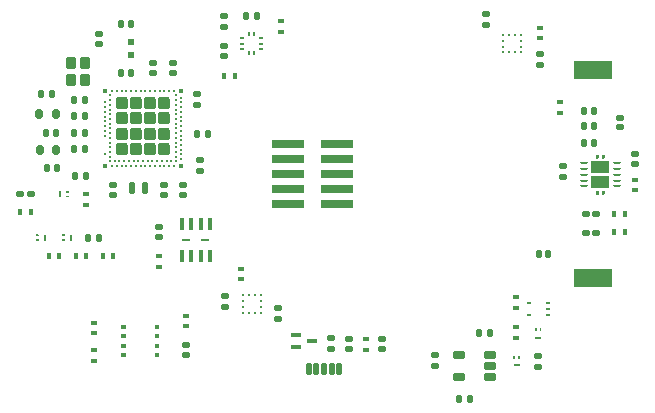
<source format=gtp>
G04*
G04 #@! TF.GenerationSoftware,Altium Limited,Altium Designer,22.5.1 (42)*
G04*
G04 Layer_Color=8421504*
%FSLAX25Y25*%
%MOIN*%
G70*
G04*
G04 #@! TF.SameCoordinates,9CEDE495-3556-4083-ABEA-689295A2F9E5*
G04*
G04*
G04 #@! TF.FilePolarity,Positive*
G04*
G01*
G75*
G04:AMPARAMS|DCode=17|XSize=43.31mil|YSize=39.37mil|CornerRadius=9.84mil|HoleSize=0mil|Usage=FLASHONLY|Rotation=270.000|XOffset=0mil|YOffset=0mil|HoleType=Round|Shape=RoundedRectangle|*
%AMROUNDEDRECTD17*
21,1,0.04331,0.01968,0,0,270.0*
21,1,0.02362,0.03937,0,0,270.0*
1,1,0.01968,-0.00984,-0.01181*
1,1,0.01968,-0.00984,0.01181*
1,1,0.01968,0.00984,0.01181*
1,1,0.01968,0.00984,-0.01181*
%
%ADD17ROUNDEDRECTD17*%
%ADD18R,0.05906X0.04173*%
G04:AMPARAMS|DCode=19|XSize=20.47mil|YSize=24.41mil|CornerRadius=4.1mil|HoleSize=0mil|Usage=FLASHONLY|Rotation=0.000|XOffset=0mil|YOffset=0mil|HoleType=Round|Shape=RoundedRectangle|*
%AMROUNDEDRECTD19*
21,1,0.02047,0.01622,0,0,0.0*
21,1,0.01228,0.02441,0,0,0.0*
1,1,0.00819,0.00614,-0.00811*
1,1,0.00819,-0.00614,-0.00811*
1,1,0.00819,-0.00614,0.00811*
1,1,0.00819,0.00614,0.00811*
%
%ADD19ROUNDEDRECTD19*%
G04:AMPARAMS|DCode=20|XSize=20.47mil|YSize=24.41mil|CornerRadius=4.1mil|HoleSize=0mil|Usage=FLASHONLY|Rotation=270.000|XOffset=0mil|YOffset=0mil|HoleType=Round|Shape=RoundedRectangle|*
%AMROUNDEDRECTD20*
21,1,0.02047,0.01622,0,0,270.0*
21,1,0.01228,0.02441,0,0,270.0*
1,1,0.00819,-0.00811,-0.00614*
1,1,0.00819,-0.00811,0.00614*
1,1,0.00819,0.00811,0.00614*
1,1,0.00819,0.00811,-0.00614*
%
%ADD20ROUNDEDRECTD20*%
%ADD21C,0.00984*%
%ADD22C,0.01673*%
G04:AMPARAMS|DCode=23|XSize=19.68mil|YSize=21.65mil|CornerRadius=3.94mil|HoleSize=0mil|Usage=FLASHONLY|Rotation=90.000|XOffset=0mil|YOffset=0mil|HoleType=Round|Shape=RoundedRectangle|*
%AMROUNDEDRECTD23*
21,1,0.01968,0.01378,0,0,90.0*
21,1,0.01181,0.02165,0,0,90.0*
1,1,0.00787,0.00689,0.00591*
1,1,0.00787,0.00689,-0.00591*
1,1,0.00787,-0.00689,-0.00591*
1,1,0.00787,-0.00689,0.00591*
%
%ADD23ROUNDEDRECTD23*%
G04:AMPARAMS|DCode=24|XSize=37.4mil|YSize=33.47mil|CornerRadius=3.35mil|HoleSize=0mil|Usage=FLASHONLY|Rotation=270.000|XOffset=0mil|YOffset=0mil|HoleType=Round|Shape=RoundedRectangle|*
%AMROUNDEDRECTD24*
21,1,0.03740,0.02677,0,0,270.0*
21,1,0.03071,0.03347,0,0,270.0*
1,1,0.00669,-0.01339,-0.01535*
1,1,0.00669,-0.01339,0.01535*
1,1,0.00669,0.01339,0.01535*
1,1,0.00669,0.01339,-0.01535*
%
%ADD24ROUNDEDRECTD24*%
G04:AMPARAMS|DCode=25|XSize=23.62mil|YSize=31.5mil|CornerRadius=4.72mil|HoleSize=0mil|Usage=FLASHONLY|Rotation=180.000|XOffset=0mil|YOffset=0mil|HoleType=Round|Shape=RoundedRectangle|*
%AMROUNDEDRECTD25*
21,1,0.02362,0.02205,0,0,180.0*
21,1,0.01417,0.03150,0,0,180.0*
1,1,0.00945,-0.00709,0.01102*
1,1,0.00945,0.00709,0.01102*
1,1,0.00945,0.00709,-0.01102*
1,1,0.00945,-0.00709,-0.01102*
%
%ADD25ROUNDEDRECTD25*%
G04:AMPARAMS|DCode=26|XSize=15.75mil|YSize=19.68mil|CornerRadius=3.15mil|HoleSize=0mil|Usage=FLASHONLY|Rotation=90.000|XOffset=0mil|YOffset=0mil|HoleType=Round|Shape=RoundedRectangle|*
%AMROUNDEDRECTD26*
21,1,0.01575,0.01339,0,0,90.0*
21,1,0.00945,0.01968,0,0,90.0*
1,1,0.00630,0.00669,0.00472*
1,1,0.00630,0.00669,-0.00472*
1,1,0.00630,-0.00669,-0.00472*
1,1,0.00630,-0.00669,0.00472*
%
%ADD26ROUNDEDRECTD26*%
G04:AMPARAMS|DCode=27|XSize=9.84mil|YSize=19.68mil|CornerRadius=1.97mil|HoleSize=0mil|Usage=FLASHONLY|Rotation=0.000|XOffset=0mil|YOffset=0mil|HoleType=Round|Shape=RoundedRectangle|*
%AMROUNDEDRECTD27*
21,1,0.00984,0.01575,0,0,0.0*
21,1,0.00591,0.01968,0,0,0.0*
1,1,0.00394,0.00295,-0.00787*
1,1,0.00394,-0.00295,-0.00787*
1,1,0.00394,-0.00295,0.00787*
1,1,0.00394,0.00295,0.00787*
%
%ADD27ROUNDEDRECTD27*%
G04:AMPARAMS|DCode=28|XSize=27.56mil|YSize=19.68mil|CornerRadius=3.94mil|HoleSize=0mil|Usage=FLASHONLY|Rotation=180.000|XOffset=0mil|YOffset=0mil|HoleType=Round|Shape=RoundedRectangle|*
%AMROUNDEDRECTD28*
21,1,0.02756,0.01181,0,0,180.0*
21,1,0.01968,0.01968,0,0,180.0*
1,1,0.00787,-0.00984,0.00591*
1,1,0.00787,0.00984,0.00591*
1,1,0.00787,0.00984,-0.00591*
1,1,0.00787,-0.00984,-0.00591*
%
%ADD28ROUNDEDRECTD28*%
G04:AMPARAMS|DCode=29|XSize=15.75mil|YSize=19.68mil|CornerRadius=3.15mil|HoleSize=0mil|Usage=FLASHONLY|Rotation=0.000|XOffset=0mil|YOffset=0mil|HoleType=Round|Shape=RoundedRectangle|*
%AMROUNDEDRECTD29*
21,1,0.01575,0.01339,0,0,0.0*
21,1,0.00945,0.01968,0,0,0.0*
1,1,0.00630,0.00472,-0.00669*
1,1,0.00630,-0.00472,-0.00669*
1,1,0.00630,-0.00472,0.00669*
1,1,0.00630,0.00472,0.00669*
%
%ADD29ROUNDEDRECTD29*%
G04:AMPARAMS|DCode=30|XSize=9.84mil|YSize=13.78mil|CornerRadius=1.48mil|HoleSize=0mil|Usage=FLASHONLY|Rotation=90.000|XOffset=0mil|YOffset=0mil|HoleType=Round|Shape=RoundedRectangle|*
%AMROUNDEDRECTD30*
21,1,0.00984,0.01083,0,0,90.0*
21,1,0.00689,0.01378,0,0,90.0*
1,1,0.00295,0.00541,0.00345*
1,1,0.00295,0.00541,-0.00345*
1,1,0.00295,-0.00541,-0.00345*
1,1,0.00295,-0.00541,0.00345*
%
%ADD30ROUNDEDRECTD30*%
G04:AMPARAMS|DCode=31|XSize=9.84mil|YSize=13.78mil|CornerRadius=1.48mil|HoleSize=0mil|Usage=FLASHONLY|Rotation=0.000|XOffset=0mil|YOffset=0mil|HoleType=Round|Shape=RoundedRectangle|*
%AMROUNDEDRECTD31*
21,1,0.00984,0.01083,0,0,0.0*
21,1,0.00689,0.01378,0,0,0.0*
1,1,0.00295,0.00345,-0.00541*
1,1,0.00295,-0.00345,-0.00541*
1,1,0.00295,-0.00345,0.00541*
1,1,0.00295,0.00345,0.00541*
%
%ADD31ROUNDEDRECTD31*%
G04:AMPARAMS|DCode=32|XSize=19.68mil|YSize=39.37mil|CornerRadius=3.94mil|HoleSize=0mil|Usage=FLASHONLY|Rotation=0.000|XOffset=0mil|YOffset=0mil|HoleType=Round|Shape=RoundedRectangle|*
%AMROUNDEDRECTD32*
21,1,0.01968,0.03150,0,0,0.0*
21,1,0.01181,0.03937,0,0,0.0*
1,1,0.00787,0.00591,-0.01575*
1,1,0.00787,-0.00591,-0.01575*
1,1,0.00787,-0.00591,0.01575*
1,1,0.00787,0.00591,0.01575*
%
%ADD32ROUNDEDRECTD32*%
G04:AMPARAMS|DCode=33|XSize=40.95mil|YSize=12.6mil|CornerRadius=2.52mil|HoleSize=0mil|Usage=FLASHONLY|Rotation=90.000|XOffset=0mil|YOffset=0mil|HoleType=Round|Shape=RoundedRectangle|*
%AMROUNDEDRECTD33*
21,1,0.04095,0.00756,0,0,90.0*
21,1,0.03591,0.01260,0,0,90.0*
1,1,0.00504,0.00378,0.01795*
1,1,0.00504,0.00378,-0.01795*
1,1,0.00504,-0.00378,-0.01795*
1,1,0.00504,-0.00378,0.01795*
%
%ADD33ROUNDEDRECTD33*%
%ADD34R,0.03150X0.00787*%
%ADD35R,0.01083X0.00984*%
%ADD36R,0.00984X0.01083*%
G04:AMPARAMS|DCode=37|XSize=17.72mil|YSize=43.31mil|CornerRadius=4.43mil|HoleSize=0mil|Usage=FLASHONLY|Rotation=0.000|XOffset=0mil|YOffset=0mil|HoleType=Round|Shape=RoundedRectangle|*
%AMROUNDEDRECTD37*
21,1,0.01772,0.03445,0,0,0.0*
21,1,0.00886,0.04331,0,0,0.0*
1,1,0.00886,0.00443,-0.01722*
1,1,0.00886,-0.00443,-0.01722*
1,1,0.00886,-0.00443,0.01722*
1,1,0.00886,0.00443,0.01722*
%
%ADD37ROUNDEDRECTD37*%
G04:AMPARAMS|DCode=38|XSize=15.75mil|YSize=31.5mil|CornerRadius=3.15mil|HoleSize=0mil|Usage=FLASHONLY|Rotation=270.000|XOffset=0mil|YOffset=0mil|HoleType=Round|Shape=RoundedRectangle|*
%AMROUNDEDRECTD38*
21,1,0.01575,0.02520,0,0,270.0*
21,1,0.00945,0.03150,0,0,270.0*
1,1,0.00630,-0.01260,-0.00472*
1,1,0.00630,-0.01260,0.00472*
1,1,0.00630,0.01260,0.00472*
1,1,0.00630,0.01260,-0.00472*
%
%ADD38ROUNDEDRECTD38*%
G04:AMPARAMS|DCode=39|XSize=21.65mil|YSize=23.62mil|CornerRadius=4.33mil|HoleSize=0mil|Usage=FLASHONLY|Rotation=270.000|XOffset=0mil|YOffset=0mil|HoleType=Round|Shape=RoundedRectangle|*
%AMROUNDEDRECTD39*
21,1,0.02165,0.01496,0,0,270.0*
21,1,0.01299,0.02362,0,0,270.0*
1,1,0.00866,-0.00748,-0.00650*
1,1,0.00866,-0.00748,0.00650*
1,1,0.00866,0.00748,0.00650*
1,1,0.00866,0.00748,-0.00650*
%
%ADD39ROUNDEDRECTD39*%
G04:AMPARAMS|DCode=40|XSize=23.62mil|YSize=43.31mil|CornerRadius=5.91mil|HoleSize=0mil|Usage=FLASHONLY|Rotation=270.000|XOffset=0mil|YOffset=0mil|HoleType=Round|Shape=RoundedRectangle|*
%AMROUNDEDRECTD40*
21,1,0.02362,0.03150,0,0,270.0*
21,1,0.01181,0.04331,0,0,270.0*
1,1,0.01181,-0.01575,-0.00591*
1,1,0.01181,-0.01575,0.00591*
1,1,0.01181,0.01575,0.00591*
1,1,0.01181,0.01575,-0.00591*
%
%ADD40ROUNDEDRECTD40*%
G04:AMPARAMS|DCode=41|XSize=9.84mil|YSize=19.68mil|CornerRadius=1.97mil|HoleSize=0mil|Usage=FLASHONLY|Rotation=90.000|XOffset=0mil|YOffset=0mil|HoleType=Round|Shape=RoundedRectangle|*
%AMROUNDEDRECTD41*
21,1,0.00984,0.01575,0,0,90.0*
21,1,0.00591,0.01968,0,0,90.0*
1,1,0.00394,0.00787,0.00295*
1,1,0.00394,0.00787,-0.00295*
1,1,0.00394,-0.00787,-0.00295*
1,1,0.00394,-0.00787,0.00295*
%
%ADD41ROUNDEDRECTD41*%
G04:AMPARAMS|DCode=42|XSize=15.87mil|YSize=9mil|CornerRadius=2.25mil|HoleSize=0mil|Usage=FLASHONLY|Rotation=0.000|XOffset=0mil|YOffset=0mil|HoleType=Round|Shape=RoundedRectangle|*
%AMROUNDEDRECTD42*
21,1,0.01587,0.00450,0,0,0.0*
21,1,0.01137,0.00900,0,0,0.0*
1,1,0.00450,0.00569,-0.00225*
1,1,0.00450,-0.00569,-0.00225*
1,1,0.00450,-0.00569,0.00225*
1,1,0.00450,0.00569,0.00225*
%
%ADD42ROUNDEDRECTD42*%
G04:AMPARAMS|DCode=43|XSize=19.68mil|YSize=27.56mil|CornerRadius=3.94mil|HoleSize=0mil|Usage=FLASHONLY|Rotation=180.000|XOffset=0mil|YOffset=0mil|HoleType=Round|Shape=RoundedRectangle|*
%AMROUNDEDRECTD43*
21,1,0.01968,0.01968,0,0,180.0*
21,1,0.01181,0.02756,0,0,180.0*
1,1,0.00787,-0.00591,0.00984*
1,1,0.00787,0.00591,0.00984*
1,1,0.00787,0.00591,-0.00984*
1,1,0.00787,-0.00591,-0.00984*
%
%ADD43ROUNDEDRECTD43*%
G04:AMPARAMS|DCode=44|XSize=23.62mil|YSize=9.45mil|CornerRadius=2.36mil|HoleSize=0mil|Usage=FLASHONLY|Rotation=180.000|XOffset=0mil|YOffset=0mil|HoleType=Round|Shape=RoundedRectangle|*
%AMROUNDEDRECTD44*
21,1,0.02362,0.00472,0,0,180.0*
21,1,0.01890,0.00945,0,0,180.0*
1,1,0.00472,-0.00945,0.00236*
1,1,0.00472,0.00945,0.00236*
1,1,0.00472,0.00945,-0.00236*
1,1,0.00472,-0.00945,-0.00236*
%
%ADD44ROUNDEDRECTD44*%
G04:AMPARAMS|DCode=45|XSize=19.68mil|YSize=27.56mil|CornerRadius=3.94mil|HoleSize=0mil|Usage=FLASHONLY|Rotation=90.000|XOffset=0mil|YOffset=0mil|HoleType=Round|Shape=RoundedRectangle|*
%AMROUNDEDRECTD45*
21,1,0.01968,0.01968,0,0,90.0*
21,1,0.01181,0.02756,0,0,90.0*
1,1,0.00787,0.00984,0.00591*
1,1,0.00787,0.00984,-0.00591*
1,1,0.00787,-0.00984,-0.00591*
1,1,0.00787,-0.00984,0.00591*
%
%ADD45ROUNDEDRECTD45*%
G04:AMPARAMS|DCode=46|XSize=21.65mil|YSize=23.62mil|CornerRadius=4.33mil|HoleSize=0mil|Usage=FLASHONLY|Rotation=0.000|XOffset=0mil|YOffset=0mil|HoleType=Round|Shape=RoundedRectangle|*
%AMROUNDEDRECTD46*
21,1,0.02165,0.01496,0,0,0.0*
21,1,0.01299,0.02362,0,0,0.0*
1,1,0.00866,0.00650,-0.00748*
1,1,0.00866,-0.00650,-0.00748*
1,1,0.00866,-0.00650,0.00748*
1,1,0.00866,0.00650,0.00748*
%
%ADD46ROUNDEDRECTD46*%
%ADD47R,0.12795X0.06496*%
G04:AMPARAMS|DCode=48|XSize=109.84mil|YSize=29.13mil|CornerRadius=5.83mil|HoleSize=0mil|Usage=FLASHONLY|Rotation=180.000|XOffset=0mil|YOffset=0mil|HoleType=Round|Shape=RoundedRectangle|*
%AMROUNDEDRECTD48*
21,1,0.10984,0.01748,0,0,180.0*
21,1,0.09819,0.02913,0,0,180.0*
1,1,0.01165,-0.04909,0.00874*
1,1,0.01165,0.04909,0.00874*
1,1,0.01165,0.04909,-0.00874*
1,1,0.01165,-0.04909,-0.00874*
%
%ADD48ROUNDEDRECTD48*%
G36*
X270889Y203284D02*
X270932Y203266D01*
X270971Y203240D01*
X270988Y203224D01*
Y203224D01*
X270988Y203224D01*
X271004Y203207D01*
X271030Y203169D01*
X271048Y203126D01*
X271057Y203080D01*
Y203057D01*
Y202191D01*
Y202167D01*
X271048Y202122D01*
X271030Y202079D01*
X271004Y202040D01*
X270988Y202024D01*
X270988Y202024D01*
X270971Y202007D01*
X270932Y201981D01*
X270889Y201963D01*
X270844Y201954D01*
X270325D01*
X270279Y201963D01*
X270236Y201981D01*
X270197Y202007D01*
X270181Y202024D01*
X270181D01*
X270181Y202024D01*
X270164Y202040D01*
X270139Y202079D01*
X270121Y202122D01*
X270112Y202167D01*
Y202191D01*
Y203057D01*
Y203080D01*
X270121Y203126D01*
X270139Y203169D01*
X270164Y203207D01*
X270181Y203224D01*
X270181Y203224D01*
X270197Y203240D01*
X270236Y203266D01*
X270279Y203284D01*
X270325Y203293D01*
X270844D01*
X270889Y203284D01*
D02*
G37*
G36*
X268921D02*
X268964Y203266D01*
X269003Y203240D01*
X269019Y203224D01*
X269019Y203224D01*
X269019D01*
X269035Y203207D01*
X269061Y203169D01*
X269079Y203126D01*
X269088Y203080D01*
Y203057D01*
Y202191D01*
Y202167D01*
X269079Y202122D01*
X269061Y202079D01*
X269035Y202040D01*
X269019Y202024D01*
X269019Y202024D01*
X269003Y202007D01*
X268964Y201981D01*
X268921Y201963D01*
X268875Y201954D01*
X268356D01*
X268311Y201963D01*
X268268Y201981D01*
X268229Y202007D01*
X268213Y202024D01*
X268213Y202024D01*
Y202024D01*
X268196Y202040D01*
X268170Y202079D01*
X268152Y202122D01*
X268143Y202167D01*
Y202191D01*
Y203057D01*
Y203080D01*
X268152Y203126D01*
X268170Y203169D01*
X268196Y203207D01*
X268213Y203224D01*
X268213Y203224D01*
X268229Y203240D01*
X268268Y203266D01*
X268311Y203284D01*
X268356Y203293D01*
X268875D01*
X268921Y203284D01*
D02*
G37*
G36*
X92467Y191177D02*
X92494Y191166D01*
X92518Y191150D01*
X92528Y191139D01*
X92539Y191129D01*
X92555Y191105D01*
X92566Y191078D01*
X92572Y191050D01*
Y191035D01*
Y190740D01*
Y190725D01*
X92566Y190697D01*
X92555Y190670D01*
X92539Y190646D01*
X92528Y190635D01*
X92518Y190625D01*
X92494Y190609D01*
X92467Y190598D01*
X92439Y190592D01*
X91720D01*
X91692Y190598D01*
X91665Y190609D01*
X91641Y190625D01*
X91631Y190635D01*
X91620Y190646D01*
X91604Y190670D01*
X91593Y190697D01*
X91587Y190725D01*
Y190740D01*
Y191035D01*
Y191050D01*
X91593Y191078D01*
X91604Y191105D01*
X91620Y191129D01*
X91631Y191139D01*
X91641Y191150D01*
X91665Y191166D01*
X91692Y191177D01*
X91720Y191183D01*
X92439D01*
X92467Y191177D01*
D02*
G37*
G36*
X270889Y191237D02*
X270932Y191219D01*
X270971Y191193D01*
X270988Y191176D01*
X270988Y191176D01*
X270988D01*
X271004Y191160D01*
X271030Y191121D01*
X271048Y191078D01*
X271057Y191033D01*
Y191009D01*
Y190143D01*
Y190120D01*
X271048Y190074D01*
X271030Y190031D01*
X271004Y189993D01*
X270988Y189976D01*
X270988Y189976D01*
X270971Y189960D01*
X270932Y189934D01*
X270889Y189916D01*
X270844Y189907D01*
X270325D01*
X270279Y189916D01*
X270236Y189934D01*
X270197Y189960D01*
X270181Y189976D01*
X270181Y189976D01*
Y189976D01*
X270164Y189993D01*
X270139Y190031D01*
X270121Y190074D01*
X270112Y190120D01*
Y190143D01*
Y191009D01*
Y191033D01*
X270121Y191078D01*
X270139Y191121D01*
X270164Y191160D01*
X270181Y191176D01*
X270181Y191176D01*
X270197Y191193D01*
X270236Y191219D01*
X270279Y191237D01*
X270325Y191246D01*
X270844D01*
X270889Y191237D01*
D02*
G37*
G36*
X268921D02*
X268964Y191219D01*
X269003Y191193D01*
X269019Y191176D01*
Y191176D01*
X269019Y191176D01*
X269035Y191160D01*
X269061Y191121D01*
X269079Y191078D01*
X269088Y191033D01*
Y191009D01*
Y190143D01*
Y190120D01*
X269079Y190074D01*
X269061Y190031D01*
X269035Y189993D01*
X269019Y189976D01*
X269019Y189976D01*
X269003Y189960D01*
X268964Y189934D01*
X268921Y189916D01*
X268875Y189907D01*
X268356D01*
X268311Y189916D01*
X268268Y189934D01*
X268229Y189960D01*
X268213Y189976D01*
X268213D01*
X268213Y189976D01*
X268196Y189993D01*
X268170Y190031D01*
X268152Y190074D01*
X268143Y190120D01*
Y190143D01*
Y191009D01*
Y191033D01*
X268152Y191078D01*
X268170Y191121D01*
X268196Y191160D01*
X268213Y191176D01*
X268213Y191176D01*
X268229Y191193D01*
X268268Y191219D01*
X268311Y191237D01*
X268356Y191246D01*
X268875D01*
X268921Y191237D01*
D02*
G37*
G36*
X92467Y189602D02*
X92494Y189591D01*
X92518Y189575D01*
X92528Y189565D01*
X92539Y189554D01*
X92555Y189530D01*
X92566Y189503D01*
X92572Y189475D01*
Y189460D01*
Y189165D01*
Y189150D01*
X92566Y189122D01*
X92555Y189095D01*
X92539Y189071D01*
X92528Y189060D01*
X92518Y189050D01*
X92494Y189034D01*
X92467Y189023D01*
X92439Y189017D01*
X91720D01*
X91692Y189023D01*
X91665Y189034D01*
X91641Y189050D01*
X91631Y189060D01*
X91620Y189071D01*
X91604Y189095D01*
X91593Y189122D01*
X91587Y189150D01*
Y189165D01*
Y189460D01*
Y189475D01*
X91593Y189503D01*
X91604Y189530D01*
X91620Y189554D01*
X91631Y189565D01*
X91641Y189575D01*
X91665Y189591D01*
X91692Y189602D01*
X91720Y189608D01*
X92439D01*
X92467Y189602D01*
D02*
G37*
G36*
X91108Y176677D02*
X91135Y176666D01*
X91159Y176650D01*
X91169Y176639D01*
X91180Y176629D01*
X91196Y176605D01*
X91207Y176578D01*
X91213Y176550D01*
Y176535D01*
Y176240D01*
Y176225D01*
X91207Y176197D01*
X91196Y176170D01*
X91180Y176146D01*
X91169Y176135D01*
X91159Y176125D01*
X91135Y176109D01*
X91108Y176098D01*
X91079Y176092D01*
X90361D01*
X90333Y176098D01*
X90306Y176109D01*
X90282Y176125D01*
X90272Y176135D01*
X90261Y176146D01*
X90245Y176170D01*
X90234Y176197D01*
X90228Y176225D01*
Y176240D01*
Y176535D01*
Y176550D01*
X90234Y176578D01*
X90245Y176605D01*
X90261Y176629D01*
X90272Y176639D01*
X90282Y176650D01*
X90306Y176666D01*
X90333Y176677D01*
X90361Y176683D01*
X91079D01*
X91108Y176677D01*
D02*
G37*
G36*
X82308D02*
X82335Y176666D01*
X82359Y176650D01*
X82369Y176639D01*
X82380Y176629D01*
X82396Y176605D01*
X82407Y176578D01*
X82413Y176550D01*
Y176535D01*
Y176240D01*
Y176225D01*
X82407Y176197D01*
X82396Y176170D01*
X82380Y176146D01*
X82369Y176135D01*
X82359Y176125D01*
X82335Y176109D01*
X82308Y176098D01*
X82279Y176092D01*
X81561D01*
X81533Y176098D01*
X81506Y176109D01*
X81482Y176125D01*
X81472Y176135D01*
X81461Y176146D01*
X81445Y176170D01*
X81434Y176197D01*
X81428Y176225D01*
Y176240D01*
Y176535D01*
Y176550D01*
X81434Y176578D01*
X81445Y176605D01*
X81461Y176629D01*
X81472Y176639D01*
X81482Y176650D01*
X81506Y176666D01*
X81533Y176677D01*
X81561Y176683D01*
X82279D01*
X82308Y176677D01*
D02*
G37*
G36*
X91108Y175102D02*
X91135Y175091D01*
X91159Y175075D01*
X91169Y175065D01*
X91180Y175054D01*
X91196Y175030D01*
X91207Y175003D01*
X91213Y174975D01*
Y174960D01*
Y174665D01*
Y174650D01*
X91207Y174622D01*
X91196Y174595D01*
X91180Y174571D01*
X91169Y174560D01*
X91159Y174550D01*
X91135Y174534D01*
X91108Y174523D01*
X91079Y174517D01*
X90361D01*
X90333Y174523D01*
X90306Y174534D01*
X90282Y174550D01*
X90272Y174560D01*
X90261Y174571D01*
X90245Y174595D01*
X90234Y174622D01*
X90228Y174650D01*
Y174665D01*
Y174960D01*
Y174975D01*
X90234Y175003D01*
X90245Y175030D01*
X90261Y175054D01*
X90272Y175065D01*
X90282Y175075D01*
X90306Y175091D01*
X90333Y175102D01*
X90361Y175108D01*
X91079D01*
X91108Y175102D01*
D02*
G37*
G36*
X82308D02*
X82335Y175091D01*
X82359Y175075D01*
X82369Y175065D01*
X82380Y175054D01*
X82396Y175030D01*
X82407Y175003D01*
X82413Y174975D01*
Y174960D01*
Y174665D01*
Y174650D01*
X82407Y174622D01*
X82396Y174595D01*
X82380Y174571D01*
X82369Y174560D01*
X82359Y174550D01*
X82335Y174534D01*
X82308Y174523D01*
X82279Y174517D01*
X81561D01*
X81533Y174523D01*
X81506Y174534D01*
X81482Y174550D01*
X81472Y174560D01*
X81461Y174571D01*
X81445Y174595D01*
X81434Y174622D01*
X81428Y174650D01*
Y174665D01*
Y174960D01*
Y174975D01*
X81434Y175003D01*
X81445Y175030D01*
X81461Y175054D01*
X81472Y175065D01*
X81482Y175075D01*
X81506Y175091D01*
X81533Y175102D01*
X81561Y175108D01*
X82279D01*
X82308Y175102D01*
D02*
G37*
G36*
X122687Y145140D02*
X121113D01*
Y146557D01*
X122687D01*
Y145140D01*
D02*
G37*
G36*
X111467D02*
X109892D01*
Y146557D01*
X111467D01*
Y145140D01*
D02*
G37*
G36*
X249878Y145366D02*
X249905Y145355D01*
X249929Y145339D01*
X249939Y145328D01*
X249950Y145318D01*
X249966Y145294D01*
X249977Y145267D01*
X249983Y145239D01*
Y145224D01*
Y144535D01*
Y144520D01*
X249977Y144492D01*
X249966Y144465D01*
X249950Y144441D01*
X249939Y144431D01*
X249929Y144420D01*
X249905Y144404D01*
X249878Y144393D01*
X249850Y144387D01*
X249525D01*
X249497Y144393D01*
X249470Y144404D01*
X249446Y144420D01*
X249435Y144431D01*
X249425Y144441D01*
X249409Y144465D01*
X249398Y144492D01*
X249392Y144520D01*
Y144535D01*
Y145224D01*
Y145239D01*
X249398Y145267D01*
X249409Y145294D01*
X249425Y145318D01*
X249435Y145328D01*
X249446Y145339D01*
X249470Y145355D01*
X249497Y145366D01*
X249525Y145372D01*
X249850D01*
X249878Y145366D01*
D02*
G37*
G36*
X248303D02*
X248330Y145355D01*
X248354Y145339D01*
X248365Y145328D01*
X248375Y145318D01*
X248391Y145294D01*
X248402Y145267D01*
X248408Y145239D01*
Y145224D01*
Y144535D01*
Y144520D01*
X248402Y144492D01*
X248391Y144465D01*
X248375Y144441D01*
X248365Y144431D01*
X248354Y144420D01*
X248330Y144404D01*
X248303Y144393D01*
X248275Y144387D01*
X247950D01*
X247922Y144393D01*
X247895Y144404D01*
X247871Y144420D01*
X247861Y144431D01*
X247850Y144441D01*
X247834Y144465D01*
X247823Y144492D01*
X247817Y144520D01*
Y144535D01*
Y145224D01*
Y145239D01*
X247823Y145267D01*
X247834Y145294D01*
X247850Y145318D01*
X247861Y145328D01*
X247871Y145339D01*
X247895Y145355D01*
X247922Y145366D01*
X247950Y145372D01*
X248275D01*
X248303Y145366D01*
D02*
G37*
G36*
X122687Y141991D02*
X121113D01*
Y143408D01*
X122687D01*
Y141991D01*
D02*
G37*
G36*
X111467D02*
X109892D01*
Y143408D01*
X111467D01*
Y141991D01*
D02*
G37*
G36*
X122687Y138841D02*
X121113D01*
Y140258D01*
X122687D01*
Y138841D01*
D02*
G37*
G36*
X111467D02*
X109892D01*
Y140258D01*
X111467D01*
Y138841D01*
D02*
G37*
G36*
X122687Y135691D02*
X121113D01*
Y137109D01*
X122687D01*
Y135691D01*
D02*
G37*
G36*
X111467D02*
X109892D01*
Y137109D01*
X111467D01*
Y135691D01*
D02*
G37*
G36*
X242678Y136166D02*
X242705Y136155D01*
X242729Y136139D01*
X242739Y136128D01*
X242750Y136118D01*
X242766Y136094D01*
X242777Y136067D01*
X242783Y136039D01*
Y136024D01*
Y135335D01*
Y135320D01*
X242777Y135292D01*
X242766Y135265D01*
X242750Y135241D01*
X242739Y135231D01*
X242729Y135220D01*
X242705Y135204D01*
X242678Y135193D01*
X242650Y135187D01*
X242325D01*
X242297Y135193D01*
X242270Y135204D01*
X242246Y135220D01*
X242235Y135231D01*
X242225Y135241D01*
X242209Y135265D01*
X242198Y135292D01*
X242192Y135320D01*
Y135335D01*
Y136024D01*
Y136039D01*
X242198Y136067D01*
X242209Y136094D01*
X242225Y136118D01*
X242235Y136128D01*
X242246Y136139D01*
X242270Y136155D01*
X242297Y136166D01*
X242325Y136172D01*
X242650D01*
X242678Y136166D01*
D02*
G37*
G36*
X241103D02*
X241130Y136155D01*
X241154Y136139D01*
X241165Y136128D01*
X241175Y136118D01*
X241191Y136094D01*
X241202Y136067D01*
X241208Y136039D01*
Y136024D01*
Y135335D01*
Y135320D01*
X241202Y135292D01*
X241191Y135265D01*
X241175Y135241D01*
X241165Y135231D01*
X241154Y135220D01*
X241130Y135204D01*
X241103Y135193D01*
X241075Y135187D01*
X240750D01*
X240722Y135193D01*
X240695Y135204D01*
X240671Y135220D01*
X240661Y135231D01*
X240650Y135241D01*
X240634Y135265D01*
X240623Y135292D01*
X240617Y135320D01*
Y135335D01*
Y136024D01*
Y136039D01*
X240623Y136067D01*
X240634Y136094D01*
X240650Y136118D01*
X240661Y136128D01*
X240671Y136139D01*
X240695Y136155D01*
X240722Y136166D01*
X240750Y136172D01*
X241075D01*
X241103Y136166D01*
D02*
G37*
D17*
X110113Y220477D02*
D03*
Y215359D02*
D03*
Y210241D02*
D03*
Y205123D02*
D03*
X114838Y220477D02*
D03*
Y215359D02*
D03*
Y210241D02*
D03*
Y205123D02*
D03*
X119562Y220477D02*
D03*
Y215359D02*
D03*
Y210241D02*
D03*
Y205123D02*
D03*
X124287D02*
D03*
Y210241D02*
D03*
Y215359D02*
D03*
Y220477D02*
D03*
D18*
X269600Y199080D02*
D03*
Y194120D02*
D03*
D19*
X94228Y210500D02*
D03*
X97772D02*
D03*
X94228Y205000D02*
D03*
X97772D02*
D03*
X94228Y216000D02*
D03*
X97772D02*
D03*
X94276Y221511D02*
D03*
X97820D02*
D03*
X109719Y230488D02*
D03*
X113262D02*
D03*
X109719Y246876D02*
D03*
X113262D02*
D03*
X83347Y223486D02*
D03*
X86890D02*
D03*
X84728Y210600D02*
D03*
X88272D02*
D03*
X94528Y196100D02*
D03*
X98072D02*
D03*
X85080Y198686D02*
D03*
X88624D02*
D03*
X102543Y175600D02*
D03*
X99000D02*
D03*
X155172Y249400D02*
D03*
X151628D02*
D03*
X138872Y210200D02*
D03*
X135328D02*
D03*
X226143Y121800D02*
D03*
X222600D02*
D03*
X229328Y143900D02*
D03*
X232872D02*
D03*
X267672Y207100D02*
D03*
X264128D02*
D03*
X267672Y212700D02*
D03*
X264128D02*
D03*
D20*
X120462Y233916D02*
D03*
Y230372D02*
D03*
X127262Y233916D02*
D03*
Y230372D02*
D03*
X102500Y243572D02*
D03*
Y240028D02*
D03*
X107037Y189691D02*
D03*
Y193235D02*
D03*
X144200Y239643D02*
D03*
Y236100D02*
D03*
Y245900D02*
D03*
Y249443D02*
D03*
X135282Y223458D02*
D03*
Y219914D02*
D03*
X136046Y197912D02*
D03*
Y201455D02*
D03*
X124163Y189691D02*
D03*
Y193235D02*
D03*
X130389Y189691D02*
D03*
Y193235D02*
D03*
X122595Y175728D02*
D03*
Y179272D02*
D03*
X131590Y136353D02*
D03*
Y139896D02*
D03*
X144600Y156043D02*
D03*
Y152500D02*
D03*
X162300Y152072D02*
D03*
Y148528D02*
D03*
X179700Y138641D02*
D03*
Y142184D02*
D03*
X196850Y138428D02*
D03*
Y141972D02*
D03*
X214600Y132957D02*
D03*
Y136500D02*
D03*
X248900Y136172D02*
D03*
Y132628D02*
D03*
X281300Y200000D02*
D03*
Y203543D02*
D03*
X257200Y199364D02*
D03*
Y195821D02*
D03*
X249400Y233221D02*
D03*
Y236764D02*
D03*
X231650Y250189D02*
D03*
Y246645D02*
D03*
D21*
X127436Y224611D02*
D03*
X125861D02*
D03*
X124287D02*
D03*
X106176Y221461D02*
D03*
Y219887D02*
D03*
Y218312D02*
D03*
X104602Y203351D02*
D03*
Y209650D02*
D03*
Y211225D02*
D03*
Y212800D02*
D03*
Y214375D02*
D03*
Y215950D02*
D03*
Y217524D02*
D03*
Y219099D02*
D03*
X106176Y200989D02*
D03*
Y202564D02*
D03*
Y204139D02*
D03*
Y205713D02*
D03*
Y207288D02*
D03*
Y208863D02*
D03*
Y210438D02*
D03*
Y212013D02*
D03*
Y213587D02*
D03*
Y215162D02*
D03*
Y216737D02*
D03*
X106964Y199414D02*
D03*
Y224611D02*
D03*
X107751Y200989D02*
D03*
X108539Y199414D02*
D03*
Y224611D02*
D03*
X109326Y200989D02*
D03*
X110113Y199414D02*
D03*
Y224611D02*
D03*
X110901Y200989D02*
D03*
X111688Y199414D02*
D03*
Y224611D02*
D03*
X112476Y200989D02*
D03*
X113263Y199414D02*
D03*
Y224611D02*
D03*
X114050Y200989D02*
D03*
X114838Y199414D02*
D03*
Y224611D02*
D03*
X115625Y200989D02*
D03*
X116413Y199414D02*
D03*
Y224611D02*
D03*
X117200Y200989D02*
D03*
X117987Y199414D02*
D03*
Y224611D02*
D03*
X118775Y200989D02*
D03*
X119562Y199414D02*
D03*
Y224611D02*
D03*
X120350Y200989D02*
D03*
X121137Y199414D02*
D03*
Y224611D02*
D03*
X121924Y200989D02*
D03*
X122712Y199414D02*
D03*
Y224611D02*
D03*
X123499Y200989D02*
D03*
X124287Y199414D02*
D03*
X125861D02*
D03*
X125074Y200989D02*
D03*
X126649D02*
D03*
X128224D02*
D03*
Y202564D02*
D03*
Y204139D02*
D03*
Y205713D02*
D03*
Y207288D02*
D03*
Y208863D02*
D03*
Y210438D02*
D03*
Y212013D02*
D03*
Y213587D02*
D03*
Y215162D02*
D03*
Y216737D02*
D03*
Y218312D02*
D03*
Y219887D02*
D03*
Y221461D02*
D03*
X129798Y201776D02*
D03*
Y203351D02*
D03*
Y204926D02*
D03*
Y206501D02*
D03*
Y208076D02*
D03*
Y209650D02*
D03*
Y211225D02*
D03*
Y212800D02*
D03*
Y214375D02*
D03*
Y215950D02*
D03*
Y217524D02*
D03*
Y219099D02*
D03*
X127436Y199414D02*
D03*
X106176Y223036D02*
D03*
X128224D02*
D03*
X129798Y220674D02*
D03*
Y222249D02*
D03*
X104602Y220674D02*
D03*
D22*
Y224611D02*
D03*
X129798D02*
D03*
Y199414D02*
D03*
X104602D02*
D03*
D23*
X113262Y236615D02*
D03*
Y240749D02*
D03*
D24*
X97826Y233927D02*
D03*
Y228218D02*
D03*
X93298D02*
D03*
Y233927D02*
D03*
D25*
X82587Y216882D02*
D03*
X88098D02*
D03*
X82705Y204662D02*
D03*
X88217D02*
D03*
D26*
X98100Y186628D02*
D03*
Y190172D02*
D03*
X163100Y244128D02*
D03*
Y247672D02*
D03*
X122600Y169500D02*
D03*
Y165957D02*
D03*
X100990Y138096D02*
D03*
Y134553D02*
D03*
Y143696D02*
D03*
Y147239D02*
D03*
X149800Y161728D02*
D03*
Y165272D02*
D03*
X131590Y149596D02*
D03*
Y146053D02*
D03*
X191465Y138255D02*
D03*
Y141798D02*
D03*
X241600Y142228D02*
D03*
Y145772D02*
D03*
Y152181D02*
D03*
Y155724D02*
D03*
X281300Y194900D02*
D03*
Y191357D02*
D03*
X256100Y220743D02*
D03*
Y217200D02*
D03*
X249400Y245631D02*
D03*
Y242087D02*
D03*
D27*
X89500Y190100D02*
D03*
X93300Y175600D02*
D03*
X84500D02*
D03*
D28*
X76228Y190200D02*
D03*
X79772D02*
D03*
X268300Y177300D02*
D03*
X264757D02*
D03*
X268300Y183500D02*
D03*
X264757D02*
D03*
D29*
X76200Y184100D02*
D03*
X79743D02*
D03*
X85728Y169600D02*
D03*
X89272D02*
D03*
X98272D02*
D03*
X94728D02*
D03*
X107243D02*
D03*
X103700D02*
D03*
X147754Y229466D02*
D03*
X144210D02*
D03*
X277778Y183478D02*
D03*
X274235D02*
D03*
X277778Y177323D02*
D03*
X274235D02*
D03*
D30*
X150174Y242051D02*
D03*
Y240279D02*
D03*
Y238507D02*
D03*
X156670D02*
D03*
Y240279D02*
D03*
Y242051D02*
D03*
D31*
X152536Y237031D02*
D03*
X154308D02*
D03*
Y243527D02*
D03*
X152536D02*
D03*
D32*
X117765Y192000D02*
D03*
X113435D02*
D03*
D33*
X130076Y169505D02*
D03*
X133225D02*
D03*
X136375D02*
D03*
X139524D02*
D03*
Y180095D02*
D03*
X136375D02*
D03*
X133225D02*
D03*
X130076D02*
D03*
D34*
X131650Y174800D02*
D03*
X137950D02*
D03*
D35*
X150420Y156375D02*
D03*
Y154406D02*
D03*
Y152437D02*
D03*
Y150469D02*
D03*
X156426D02*
D03*
Y152437D02*
D03*
Y154406D02*
D03*
Y156375D02*
D03*
X237277Y243232D02*
D03*
Y241263D02*
D03*
Y239295D02*
D03*
Y237326D02*
D03*
X243283D02*
D03*
Y239295D02*
D03*
Y241263D02*
D03*
Y243232D02*
D03*
D36*
X152437Y150469D02*
D03*
X154406D02*
D03*
Y156375D02*
D03*
X152437D02*
D03*
X239295Y237326D02*
D03*
X241263D02*
D03*
Y243232D02*
D03*
X239295D02*
D03*
D37*
X172430Y131913D02*
D03*
X174989D02*
D03*
X177548D02*
D03*
X180107D02*
D03*
X182666D02*
D03*
D38*
X173656Y141200D02*
D03*
X168144Y139232D02*
D03*
Y143168D02*
D03*
D39*
X185829Y141899D02*
D03*
Y138552D02*
D03*
D40*
X222682Y129160D02*
D03*
Y136640D02*
D03*
X232918D02*
D03*
Y132900D02*
D03*
Y129160D02*
D03*
D41*
X241700Y133100D02*
D03*
X248900Y142300D02*
D03*
D42*
X245856Y149932D02*
D03*
Y153868D02*
D03*
X252144D02*
D03*
Y151900D02*
D03*
Y149932D02*
D03*
D43*
X252176Y170300D02*
D03*
X249224D02*
D03*
D44*
X275112Y200537D02*
D03*
Y198568D02*
D03*
Y196600D02*
D03*
Y194632D02*
D03*
Y192663D02*
D03*
X264088D02*
D03*
Y194632D02*
D03*
Y196600D02*
D03*
Y198568D02*
D03*
Y200537D02*
D03*
D45*
X276300Y212624D02*
D03*
Y215576D02*
D03*
D46*
X264227Y217900D02*
D03*
X267573D02*
D03*
D47*
X267200Y162175D02*
D03*
Y231600D02*
D03*
D48*
X181712Y186900D02*
D03*
Y191900D02*
D03*
Y196900D02*
D03*
Y201900D02*
D03*
Y206900D02*
D03*
X165688Y186900D02*
D03*
Y191900D02*
D03*
Y196900D02*
D03*
Y201900D02*
D03*
Y206900D02*
D03*
M02*

</source>
